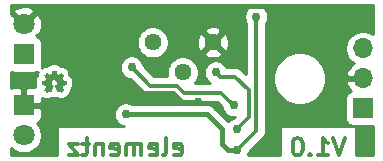
<source format=gbr>
G04 #@! TF.GenerationSoftware,KiCad,Pcbnew,5.1.5-52549c5~86~ubuntu16.04.1*
G04 #@! TF.CreationDate,2020-07-27T16:21:35+05:30*
G04 #@! TF.ProjectId,IR_Sensor_Module_V1.0,49525f53-656e-4736-9f72-5f4d6f64756c,V1.0*
G04 #@! TF.SameCoordinates,Original*
G04 #@! TF.FileFunction,Copper,L2,Bot*
G04 #@! TF.FilePolarity,Positive*
%FSLAX46Y46*%
G04 Gerber Fmt 4.6, Leading zero omitted, Abs format (unit mm)*
G04 Created by KiCad (PCBNEW 5.1.5-52549c5~86~ubuntu16.04.1) date 2020-07-27 16:21:35*
%MOMM*%
%LPD*%
G04 APERTURE LIST*
%ADD10C,0.300000*%
%ADD11C,0.002540*%
%ADD12C,1.800000*%
%ADD13R,1.800000X1.800000*%
%ADD14R,1.700000X1.700000*%
%ADD15O,1.700000X1.700000*%
%ADD16C,1.440000*%
%ADD17C,0.762000*%
%ADD18C,0.457200*%
%ADD19C,0.355600*%
%ADD20C,0.254000*%
G04 APERTURE END LIST*
D10*
X157479714Y-99762571D02*
X156979714Y-101262571D01*
X156479714Y-99762571D01*
X155194000Y-101262571D02*
X156051142Y-101262571D01*
X155622571Y-101262571D02*
X155622571Y-99762571D01*
X155765428Y-99976857D01*
X155908285Y-100119714D01*
X156051142Y-100191142D01*
X154551142Y-101119714D02*
X154479714Y-101191142D01*
X154551142Y-101262571D01*
X154622571Y-101191142D01*
X154551142Y-101119714D01*
X154551142Y-101262571D01*
X153551142Y-99762571D02*
X153408285Y-99762571D01*
X153265428Y-99834000D01*
X153194000Y-99905428D01*
X153122571Y-100048285D01*
X153051142Y-100334000D01*
X153051142Y-100691142D01*
X153122571Y-100976857D01*
X153194000Y-101119714D01*
X153265428Y-101191142D01*
X153408285Y-101262571D01*
X153551142Y-101262571D01*
X153694000Y-101191142D01*
X153765428Y-101119714D01*
X153836857Y-100976857D01*
X153908285Y-100691142D01*
X153908285Y-100334000D01*
X153836857Y-100048285D01*
X153765428Y-99905428D01*
X153694000Y-99834000D01*
X153551142Y-99762571D01*
X143045142Y-101191142D02*
X143188000Y-101262571D01*
X143473714Y-101262571D01*
X143616571Y-101191142D01*
X143688000Y-101048285D01*
X143688000Y-100476857D01*
X143616571Y-100334000D01*
X143473714Y-100262571D01*
X143188000Y-100262571D01*
X143045142Y-100334000D01*
X142973714Y-100476857D01*
X142973714Y-100619714D01*
X143688000Y-100762571D01*
X142116571Y-101262571D02*
X142259428Y-101191142D01*
X142330857Y-101048285D01*
X142330857Y-99762571D01*
X140973714Y-101191142D02*
X141116571Y-101262571D01*
X141402285Y-101262571D01*
X141545142Y-101191142D01*
X141616571Y-101048285D01*
X141616571Y-100476857D01*
X141545142Y-100334000D01*
X141402285Y-100262571D01*
X141116571Y-100262571D01*
X140973714Y-100334000D01*
X140902285Y-100476857D01*
X140902285Y-100619714D01*
X141616571Y-100762571D01*
X140259428Y-101262571D02*
X140259428Y-100262571D01*
X140259428Y-100405428D02*
X140188000Y-100334000D01*
X140045142Y-100262571D01*
X139830857Y-100262571D01*
X139688000Y-100334000D01*
X139616571Y-100476857D01*
X139616571Y-101262571D01*
X139616571Y-100476857D02*
X139545142Y-100334000D01*
X139402285Y-100262571D01*
X139188000Y-100262571D01*
X139045142Y-100334000D01*
X138973714Y-100476857D01*
X138973714Y-101262571D01*
X137688000Y-101191142D02*
X137830857Y-101262571D01*
X138116571Y-101262571D01*
X138259428Y-101191142D01*
X138330857Y-101048285D01*
X138330857Y-100476857D01*
X138259428Y-100334000D01*
X138116571Y-100262571D01*
X137830857Y-100262571D01*
X137688000Y-100334000D01*
X137616571Y-100476857D01*
X137616571Y-100619714D01*
X138330857Y-100762571D01*
X136973714Y-100262571D02*
X136973714Y-101262571D01*
X136973714Y-100405428D02*
X136902285Y-100334000D01*
X136759428Y-100262571D01*
X136545142Y-100262571D01*
X136402285Y-100334000D01*
X136330857Y-100476857D01*
X136330857Y-101262571D01*
X135830857Y-100262571D02*
X135259428Y-100262571D01*
X135616571Y-99762571D02*
X135616571Y-101048285D01*
X135545142Y-101191142D01*
X135402285Y-101262571D01*
X135259428Y-101262571D01*
X134902285Y-100262571D02*
X134116571Y-100262571D01*
X134902285Y-101262571D01*
X134116571Y-101262571D01*
D11*
G36*
X132237480Y-95892620D02*
G01*
X132247640Y-95887540D01*
X132270500Y-95872300D01*
X132303520Y-95851980D01*
X132344160Y-95824040D01*
X132382260Y-95798640D01*
X132415280Y-95775780D01*
X132438140Y-95760540D01*
X132448300Y-95755460D01*
X132453380Y-95758000D01*
X132471160Y-95768160D01*
X132499100Y-95780860D01*
X132514340Y-95788480D01*
X132539740Y-95801180D01*
X132552440Y-95803720D01*
X132554980Y-95798640D01*
X132565140Y-95780860D01*
X132577840Y-95747840D01*
X132598160Y-95704660D01*
X132618480Y-95653860D01*
X132641340Y-95597980D01*
X132664200Y-95542100D01*
X132687060Y-95488760D01*
X132707380Y-95440500D01*
X132722620Y-95402400D01*
X132732780Y-95374460D01*
X132737860Y-95364300D01*
X132735320Y-95361760D01*
X132722620Y-95349060D01*
X132702300Y-95333820D01*
X132654040Y-95293180D01*
X132608320Y-95234760D01*
X132577840Y-95168720D01*
X132570220Y-95095060D01*
X132577840Y-95029020D01*
X132603240Y-94965520D01*
X132648960Y-94904560D01*
X132704840Y-94861380D01*
X132770880Y-94833440D01*
X132842000Y-94825820D01*
X132910580Y-94833440D01*
X132976620Y-94858840D01*
X133037580Y-94904560D01*
X133060440Y-94932500D01*
X133096000Y-94993460D01*
X133116320Y-95054420D01*
X133116320Y-95069660D01*
X133113780Y-95140780D01*
X133093460Y-95209360D01*
X133057900Y-95267780D01*
X133004560Y-95318580D01*
X132999480Y-95323660D01*
X132974080Y-95341440D01*
X132958840Y-95351600D01*
X132946140Y-95361760D01*
X133035040Y-95577660D01*
X133050280Y-95613220D01*
X133075680Y-95671640D01*
X133096000Y-95722440D01*
X133113780Y-95763080D01*
X133126480Y-95788480D01*
X133131560Y-95801180D01*
X133139180Y-95801180D01*
X133154420Y-95796100D01*
X133184900Y-95780860D01*
X133205220Y-95770700D01*
X133228080Y-95760540D01*
X133238240Y-95755460D01*
X133248400Y-95760540D01*
X133268720Y-95775780D01*
X133301740Y-95796100D01*
X133339840Y-95821500D01*
X133375400Y-95846900D01*
X133410960Y-95869760D01*
X133433820Y-95885000D01*
X133446520Y-95892620D01*
X133449060Y-95892620D01*
X133459220Y-95885000D01*
X133479540Y-95869760D01*
X133507480Y-95841820D01*
X133548120Y-95801180D01*
X133555740Y-95796100D01*
X133588760Y-95760540D01*
X133616700Y-95730060D01*
X133637020Y-95709740D01*
X133642100Y-95702120D01*
X133637020Y-95689420D01*
X133621780Y-95664020D01*
X133598920Y-95631000D01*
X133570980Y-95590360D01*
X133499860Y-95486220D01*
X133540500Y-95389700D01*
X133550660Y-95359220D01*
X133565900Y-95323660D01*
X133578600Y-95298260D01*
X133583680Y-95285560D01*
X133593840Y-95283020D01*
X133621780Y-95275400D01*
X133659880Y-95267780D01*
X133705600Y-95260160D01*
X133751320Y-95250000D01*
X133789420Y-95242380D01*
X133819900Y-95237300D01*
X133832600Y-95234760D01*
X133835140Y-95232220D01*
X133837680Y-95227140D01*
X133840220Y-95214440D01*
X133840220Y-95189040D01*
X133840220Y-95150940D01*
X133840220Y-95095060D01*
X133840220Y-95089980D01*
X133840220Y-95036640D01*
X133840220Y-94996000D01*
X133837680Y-94970600D01*
X133835140Y-94960440D01*
X133822440Y-94955360D01*
X133794500Y-94950280D01*
X133756400Y-94942660D01*
X133708140Y-94932500D01*
X133705600Y-94932500D01*
X133657340Y-94924880D01*
X133619240Y-94914720D01*
X133591300Y-94909640D01*
X133578600Y-94904560D01*
X133576060Y-94902020D01*
X133565900Y-94884240D01*
X133553200Y-94853760D01*
X133537960Y-94818200D01*
X133522720Y-94782640D01*
X133507480Y-94747080D01*
X133499860Y-94724220D01*
X133497320Y-94711520D01*
X133504940Y-94701360D01*
X133520180Y-94675960D01*
X133543040Y-94642940D01*
X133570980Y-94602300D01*
X133573520Y-94597220D01*
X133601460Y-94559120D01*
X133621780Y-94523560D01*
X133637020Y-94500700D01*
X133642100Y-94490540D01*
X133642100Y-94488000D01*
X133634480Y-94477840D01*
X133614160Y-94454980D01*
X133583680Y-94424500D01*
X133548120Y-94388940D01*
X133537960Y-94378780D01*
X133499860Y-94340680D01*
X133471920Y-94315280D01*
X133454140Y-94302580D01*
X133446520Y-94297500D01*
X133446520Y-94300040D01*
X133433820Y-94305120D01*
X133408420Y-94322900D01*
X133375400Y-94345760D01*
X133334760Y-94373700D01*
X133332220Y-94376240D01*
X133291580Y-94401640D01*
X133258560Y-94424500D01*
X133235700Y-94439740D01*
X133225540Y-94447360D01*
X133223000Y-94447360D01*
X133207760Y-94442280D01*
X133177280Y-94432120D01*
X133144260Y-94419420D01*
X133106160Y-94404180D01*
X133073140Y-94388940D01*
X133047740Y-94378780D01*
X133035040Y-94371160D01*
X133029960Y-94355920D01*
X133024880Y-94325440D01*
X133014720Y-94284800D01*
X133007100Y-94236540D01*
X133004560Y-94228920D01*
X132996940Y-94180660D01*
X132989320Y-94142560D01*
X132981700Y-94114620D01*
X132979160Y-94101920D01*
X132974080Y-94101920D01*
X132948680Y-94099380D01*
X132913120Y-94099380D01*
X132869940Y-94099380D01*
X132826760Y-94099380D01*
X132783580Y-94099380D01*
X132745480Y-94101920D01*
X132720080Y-94101920D01*
X132707380Y-94104460D01*
X132707380Y-94107000D01*
X132702300Y-94119700D01*
X132697220Y-94150180D01*
X132687060Y-94190820D01*
X132679440Y-94241620D01*
X132676900Y-94249240D01*
X132669280Y-94297500D01*
X132659120Y-94335600D01*
X132654040Y-94363540D01*
X132651500Y-94373700D01*
X132646420Y-94376240D01*
X132628640Y-94383860D01*
X132595620Y-94396560D01*
X132554980Y-94414340D01*
X132463540Y-94449900D01*
X132351780Y-94373700D01*
X132341620Y-94366080D01*
X132300980Y-94338140D01*
X132267960Y-94317820D01*
X132245100Y-94302580D01*
X132234940Y-94297500D01*
X132224780Y-94307660D01*
X132201920Y-94327980D01*
X132171440Y-94358460D01*
X132135880Y-94391480D01*
X132110480Y-94419420D01*
X132080000Y-94449900D01*
X132059680Y-94470220D01*
X132049520Y-94485460D01*
X132044440Y-94493080D01*
X132046980Y-94498160D01*
X132052060Y-94510860D01*
X132069840Y-94533720D01*
X132092700Y-94569280D01*
X132120640Y-94607380D01*
X132143500Y-94642940D01*
X132166360Y-94678500D01*
X132181600Y-94706440D01*
X132189220Y-94719140D01*
X132186680Y-94724220D01*
X132179060Y-94747080D01*
X132166360Y-94780100D01*
X132148580Y-94820740D01*
X132110480Y-94909640D01*
X132052060Y-94919800D01*
X132016500Y-94927420D01*
X131965700Y-94935040D01*
X131919980Y-94945200D01*
X131846320Y-94960440D01*
X131843780Y-95227140D01*
X131853940Y-95232220D01*
X131866640Y-95237300D01*
X131892040Y-95242380D01*
X131932680Y-95250000D01*
X131978400Y-95257620D01*
X132016500Y-95265240D01*
X132057140Y-95272860D01*
X132085080Y-95277940D01*
X132097780Y-95280480D01*
X132100320Y-95285560D01*
X132110480Y-95305880D01*
X132125720Y-95336360D01*
X132140960Y-95371920D01*
X132156200Y-95410020D01*
X132168900Y-95445580D01*
X132179060Y-95470980D01*
X132184140Y-95486220D01*
X132179060Y-95496380D01*
X132163820Y-95519240D01*
X132140960Y-95552260D01*
X132115560Y-95590360D01*
X132087620Y-95631000D01*
X132064760Y-95664020D01*
X132049520Y-95689420D01*
X132041900Y-95699580D01*
X132046980Y-95707200D01*
X132062220Y-95724980D01*
X132090160Y-95755460D01*
X132135880Y-95801180D01*
X132143500Y-95806260D01*
X132176520Y-95841820D01*
X132207000Y-95867220D01*
X132227320Y-95887540D01*
X132237480Y-95892620D01*
G37*
X132237480Y-95892620D02*
X132247640Y-95887540D01*
X132270500Y-95872300D01*
X132303520Y-95851980D01*
X132344160Y-95824040D01*
X132382260Y-95798640D01*
X132415280Y-95775780D01*
X132438140Y-95760540D01*
X132448300Y-95755460D01*
X132453380Y-95758000D01*
X132471160Y-95768160D01*
X132499100Y-95780860D01*
X132514340Y-95788480D01*
X132539740Y-95801180D01*
X132552440Y-95803720D01*
X132554980Y-95798640D01*
X132565140Y-95780860D01*
X132577840Y-95747840D01*
X132598160Y-95704660D01*
X132618480Y-95653860D01*
X132641340Y-95597980D01*
X132664200Y-95542100D01*
X132687060Y-95488760D01*
X132707380Y-95440500D01*
X132722620Y-95402400D01*
X132732780Y-95374460D01*
X132737860Y-95364300D01*
X132735320Y-95361760D01*
X132722620Y-95349060D01*
X132702300Y-95333820D01*
X132654040Y-95293180D01*
X132608320Y-95234760D01*
X132577840Y-95168720D01*
X132570220Y-95095060D01*
X132577840Y-95029020D01*
X132603240Y-94965520D01*
X132648960Y-94904560D01*
X132704840Y-94861380D01*
X132770880Y-94833440D01*
X132842000Y-94825820D01*
X132910580Y-94833440D01*
X132976620Y-94858840D01*
X133037580Y-94904560D01*
X133060440Y-94932500D01*
X133096000Y-94993460D01*
X133116320Y-95054420D01*
X133116320Y-95069660D01*
X133113780Y-95140780D01*
X133093460Y-95209360D01*
X133057900Y-95267780D01*
X133004560Y-95318580D01*
X132999480Y-95323660D01*
X132974080Y-95341440D01*
X132958840Y-95351600D01*
X132946140Y-95361760D01*
X133035040Y-95577660D01*
X133050280Y-95613220D01*
X133075680Y-95671640D01*
X133096000Y-95722440D01*
X133113780Y-95763080D01*
X133126480Y-95788480D01*
X133131560Y-95801180D01*
X133139180Y-95801180D01*
X133154420Y-95796100D01*
X133184900Y-95780860D01*
X133205220Y-95770700D01*
X133228080Y-95760540D01*
X133238240Y-95755460D01*
X133248400Y-95760540D01*
X133268720Y-95775780D01*
X133301740Y-95796100D01*
X133339840Y-95821500D01*
X133375400Y-95846900D01*
X133410960Y-95869760D01*
X133433820Y-95885000D01*
X133446520Y-95892620D01*
X133449060Y-95892620D01*
X133459220Y-95885000D01*
X133479540Y-95869760D01*
X133507480Y-95841820D01*
X133548120Y-95801180D01*
X133555740Y-95796100D01*
X133588760Y-95760540D01*
X133616700Y-95730060D01*
X133637020Y-95709740D01*
X133642100Y-95702120D01*
X133637020Y-95689420D01*
X133621780Y-95664020D01*
X133598920Y-95631000D01*
X133570980Y-95590360D01*
X133499860Y-95486220D01*
X133540500Y-95389700D01*
X133550660Y-95359220D01*
X133565900Y-95323660D01*
X133578600Y-95298260D01*
X133583680Y-95285560D01*
X133593840Y-95283020D01*
X133621780Y-95275400D01*
X133659880Y-95267780D01*
X133705600Y-95260160D01*
X133751320Y-95250000D01*
X133789420Y-95242380D01*
X133819900Y-95237300D01*
X133832600Y-95234760D01*
X133835140Y-95232220D01*
X133837680Y-95227140D01*
X133840220Y-95214440D01*
X133840220Y-95189040D01*
X133840220Y-95150940D01*
X133840220Y-95095060D01*
X133840220Y-95089980D01*
X133840220Y-95036640D01*
X133840220Y-94996000D01*
X133837680Y-94970600D01*
X133835140Y-94960440D01*
X133822440Y-94955360D01*
X133794500Y-94950280D01*
X133756400Y-94942660D01*
X133708140Y-94932500D01*
X133705600Y-94932500D01*
X133657340Y-94924880D01*
X133619240Y-94914720D01*
X133591300Y-94909640D01*
X133578600Y-94904560D01*
X133576060Y-94902020D01*
X133565900Y-94884240D01*
X133553200Y-94853760D01*
X133537960Y-94818200D01*
X133522720Y-94782640D01*
X133507480Y-94747080D01*
X133499860Y-94724220D01*
X133497320Y-94711520D01*
X133504940Y-94701360D01*
X133520180Y-94675960D01*
X133543040Y-94642940D01*
X133570980Y-94602300D01*
X133573520Y-94597220D01*
X133601460Y-94559120D01*
X133621780Y-94523560D01*
X133637020Y-94500700D01*
X133642100Y-94490540D01*
X133642100Y-94488000D01*
X133634480Y-94477840D01*
X133614160Y-94454980D01*
X133583680Y-94424500D01*
X133548120Y-94388940D01*
X133537960Y-94378780D01*
X133499860Y-94340680D01*
X133471920Y-94315280D01*
X133454140Y-94302580D01*
X133446520Y-94297500D01*
X133446520Y-94300040D01*
X133433820Y-94305120D01*
X133408420Y-94322900D01*
X133375400Y-94345760D01*
X133334760Y-94373700D01*
X133332220Y-94376240D01*
X133291580Y-94401640D01*
X133258560Y-94424500D01*
X133235700Y-94439740D01*
X133225540Y-94447360D01*
X133223000Y-94447360D01*
X133207760Y-94442280D01*
X133177280Y-94432120D01*
X133144260Y-94419420D01*
X133106160Y-94404180D01*
X133073140Y-94388940D01*
X133047740Y-94378780D01*
X133035040Y-94371160D01*
X133029960Y-94355920D01*
X133024880Y-94325440D01*
X133014720Y-94284800D01*
X133007100Y-94236540D01*
X133004560Y-94228920D01*
X132996940Y-94180660D01*
X132989320Y-94142560D01*
X132981700Y-94114620D01*
X132979160Y-94101920D01*
X132974080Y-94101920D01*
X132948680Y-94099380D01*
X132913120Y-94099380D01*
X132869940Y-94099380D01*
X132826760Y-94099380D01*
X132783580Y-94099380D01*
X132745480Y-94101920D01*
X132720080Y-94101920D01*
X132707380Y-94104460D01*
X132707380Y-94107000D01*
X132702300Y-94119700D01*
X132697220Y-94150180D01*
X132687060Y-94190820D01*
X132679440Y-94241620D01*
X132676900Y-94249240D01*
X132669280Y-94297500D01*
X132659120Y-94335600D01*
X132654040Y-94363540D01*
X132651500Y-94373700D01*
X132646420Y-94376240D01*
X132628640Y-94383860D01*
X132595620Y-94396560D01*
X132554980Y-94414340D01*
X132463540Y-94449900D01*
X132351780Y-94373700D01*
X132341620Y-94366080D01*
X132300980Y-94338140D01*
X132267960Y-94317820D01*
X132245100Y-94302580D01*
X132234940Y-94297500D01*
X132224780Y-94307660D01*
X132201920Y-94327980D01*
X132171440Y-94358460D01*
X132135880Y-94391480D01*
X132110480Y-94419420D01*
X132080000Y-94449900D01*
X132059680Y-94470220D01*
X132049520Y-94485460D01*
X132044440Y-94493080D01*
X132046980Y-94498160D01*
X132052060Y-94510860D01*
X132069840Y-94533720D01*
X132092700Y-94569280D01*
X132120640Y-94607380D01*
X132143500Y-94642940D01*
X132166360Y-94678500D01*
X132181600Y-94706440D01*
X132189220Y-94719140D01*
X132186680Y-94724220D01*
X132179060Y-94747080D01*
X132166360Y-94780100D01*
X132148580Y-94820740D01*
X132110480Y-94909640D01*
X132052060Y-94919800D01*
X132016500Y-94927420D01*
X131965700Y-94935040D01*
X131919980Y-94945200D01*
X131846320Y-94960440D01*
X131843780Y-95227140D01*
X131853940Y-95232220D01*
X131866640Y-95237300D01*
X131892040Y-95242380D01*
X131932680Y-95250000D01*
X131978400Y-95257620D01*
X132016500Y-95265240D01*
X132057140Y-95272860D01*
X132085080Y-95277940D01*
X132097780Y-95280480D01*
X132100320Y-95285560D01*
X132110480Y-95305880D01*
X132125720Y-95336360D01*
X132140960Y-95371920D01*
X132156200Y-95410020D01*
X132168900Y-95445580D01*
X132179060Y-95470980D01*
X132184140Y-95486220D01*
X132179060Y-95496380D01*
X132163820Y-95519240D01*
X132140960Y-95552260D01*
X132115560Y-95590360D01*
X132087620Y-95631000D01*
X132064760Y-95664020D01*
X132049520Y-95689420D01*
X132041900Y-95699580D01*
X132046980Y-95707200D01*
X132062220Y-95724980D01*
X132090160Y-95755460D01*
X132135880Y-95801180D01*
X132143500Y-95806260D01*
X132176520Y-95841820D01*
X132207000Y-95867220D01*
X132227320Y-95887540D01*
X132237480Y-95892620D01*
D12*
X130302000Y-90170000D03*
D13*
X130302000Y-92710000D03*
X130302000Y-97028000D03*
D12*
X130302000Y-99568000D03*
D14*
X159004000Y-97282000D03*
D15*
X159004000Y-94742000D03*
X159004000Y-92202000D03*
D16*
X146304000Y-91694000D03*
X143764000Y-94234000D03*
X141224000Y-91694000D03*
D17*
X133624399Y-89387601D03*
X133858000Y-92964000D03*
X145042609Y-96758771D03*
X139446000Y-93802000D03*
X148082000Y-97028000D03*
X138938000Y-97790000D03*
X148336000Y-100838000D03*
X149961609Y-89509609D03*
X146558000Y-94234000D03*
X148336000Y-99060000D03*
D18*
X133858000Y-89621202D02*
X133624399Y-89387601D01*
X133858000Y-92964000D02*
X133858000Y-89621202D01*
X133858000Y-92964000D02*
X135382000Y-92964000D01*
X135382000Y-92964000D02*
X138938000Y-89408000D01*
X144018000Y-89408000D02*
X146304000Y-91694000D01*
X138938000Y-89408000D02*
X144018000Y-89408000D01*
X134238999Y-93344999D02*
X134238999Y-94360999D01*
X133858000Y-92964000D02*
X134238999Y-93344999D01*
X134238999Y-94360999D02*
X135890000Y-96012000D01*
X135890000Y-96012000D02*
X140970000Y-96012000D01*
X140970000Y-96012000D02*
X141478000Y-96012000D01*
X142903373Y-96012001D02*
X143665372Y-96774000D01*
X141478000Y-96012000D02*
X142903373Y-96012001D01*
X145027380Y-96774000D02*
X145042609Y-96758771D01*
X143665372Y-96774000D02*
X145027380Y-96774000D01*
X156972000Y-89916000D02*
X156972000Y-93980000D01*
X157734000Y-94742000D02*
X159004000Y-94742000D01*
X155702000Y-88646000D02*
X156972000Y-89916000D01*
X146304000Y-91694000D02*
X147023999Y-90974001D01*
X147023999Y-90974001D02*
X147023999Y-90212001D01*
X156972000Y-93980000D02*
X157734000Y-94742000D01*
X148590000Y-88646000D02*
X155702000Y-88646000D01*
X147023999Y-90212001D02*
X148590000Y-88646000D01*
D19*
X143869931Y-95945969D02*
X146999969Y-95945969D01*
X146999969Y-95945969D02*
X147701001Y-96647001D01*
X143275552Y-95351590D02*
X143869931Y-95945969D01*
X147701001Y-96647001D02*
X148082000Y-97028000D01*
X139446000Y-93802000D02*
X140995590Y-95351590D01*
X140995590Y-95351590D02*
X143275552Y-95351590D01*
X149961609Y-99212391D02*
X149961609Y-89509609D01*
X148336000Y-100838000D02*
X149961609Y-99212391D01*
D18*
X145796000Y-97790000D02*
X147066000Y-99060000D01*
X138938000Y-97790000D02*
X145796000Y-97790000D01*
X147066000Y-100330000D02*
X147574000Y-100838000D01*
X147574000Y-100838000D02*
X148336000Y-100838000D01*
X147066000Y-99060000D02*
X147066000Y-100330000D01*
D19*
X146938999Y-94614999D02*
X148208999Y-94614999D01*
X146558000Y-94234000D02*
X146938999Y-94614999D01*
X148208999Y-94614999D02*
X149352000Y-95758000D01*
X149352000Y-95758000D02*
X149352000Y-98044000D01*
X149352000Y-98044000D02*
X148336000Y-99060000D01*
D20*
G36*
X159864000Y-90990640D02*
G01*
X159707411Y-90886010D01*
X159437158Y-90774068D01*
X159150260Y-90717000D01*
X158857740Y-90717000D01*
X158570842Y-90774068D01*
X158300589Y-90886010D01*
X158057368Y-91048525D01*
X157850525Y-91255368D01*
X157688010Y-91498589D01*
X157576068Y-91768842D01*
X157519000Y-92055740D01*
X157519000Y-92348260D01*
X157576068Y-92635158D01*
X157688010Y-92905411D01*
X157850525Y-93148632D01*
X158057368Y-93355475D01*
X158239534Y-93477195D01*
X158122645Y-93546822D01*
X157906412Y-93741731D01*
X157732359Y-93975080D01*
X157607175Y-94237901D01*
X157562524Y-94385110D01*
X157683845Y-94615000D01*
X158877000Y-94615000D01*
X158877000Y-94595000D01*
X159131000Y-94595000D01*
X159131000Y-94615000D01*
X159151000Y-94615000D01*
X159151000Y-94869000D01*
X159131000Y-94869000D01*
X159131000Y-94889000D01*
X158877000Y-94889000D01*
X158877000Y-94869000D01*
X157683845Y-94869000D01*
X157562524Y-95098890D01*
X157607175Y-95246099D01*
X157732359Y-95508920D01*
X157906412Y-95742269D01*
X157990466Y-95818034D01*
X157909820Y-95842498D01*
X157799506Y-95901463D01*
X157702815Y-95980815D01*
X157623463Y-96077506D01*
X157564498Y-96187820D01*
X157528188Y-96307518D01*
X157515928Y-96432000D01*
X157515928Y-98132000D01*
X157528188Y-98256482D01*
X157564498Y-98376180D01*
X157623463Y-98486494D01*
X157702815Y-98583185D01*
X157799506Y-98662537D01*
X157909820Y-98721502D01*
X158029518Y-98757812D01*
X158154000Y-98770072D01*
X159854000Y-98770072D01*
X159864001Y-98769087D01*
X159864001Y-101224000D01*
X158407572Y-101224000D01*
X158407572Y-98794000D01*
X151980429Y-98794000D01*
X151980429Y-101224000D01*
X149275824Y-101224000D01*
X149312956Y-101134356D01*
X149343705Y-100979767D01*
X150508116Y-99815357D01*
X150539126Y-99789908D01*
X150597168Y-99719184D01*
X150640697Y-99666144D01*
X150707450Y-99541256D01*
X150716171Y-99524941D01*
X150762648Y-99371728D01*
X150774409Y-99252314D01*
X150774409Y-99252312D01*
X150778341Y-99212392D01*
X150774409Y-99172471D01*
X150774409Y-94521872D01*
X151435000Y-94521872D01*
X151435000Y-94962128D01*
X151520890Y-95393925D01*
X151689369Y-95800669D01*
X151933962Y-96166729D01*
X152245271Y-96478038D01*
X152611331Y-96722631D01*
X153018075Y-96891110D01*
X153449872Y-96977000D01*
X153890128Y-96977000D01*
X154321925Y-96891110D01*
X154728669Y-96722631D01*
X155094729Y-96478038D01*
X155406038Y-96166729D01*
X155650631Y-95800669D01*
X155819110Y-95393925D01*
X155905000Y-94962128D01*
X155905000Y-94521872D01*
X155819110Y-94090075D01*
X155650631Y-93683331D01*
X155406038Y-93317271D01*
X155094729Y-93005962D01*
X154728669Y-92761369D01*
X154321925Y-92592890D01*
X153890128Y-92507000D01*
X153449872Y-92507000D01*
X153018075Y-92592890D01*
X152611331Y-92761369D01*
X152245271Y-93005962D01*
X151933962Y-93317271D01*
X151689369Y-93683331D01*
X151520890Y-94090075D01*
X151435000Y-94521872D01*
X150774409Y-94521872D01*
X150774409Y-90121920D01*
X150861977Y-89990865D01*
X150938565Y-89805965D01*
X150977609Y-89609676D01*
X150977609Y-89409542D01*
X150938565Y-89213253D01*
X150861977Y-89028353D01*
X150750788Y-88861947D01*
X150609271Y-88720430D01*
X150442865Y-88609241D01*
X150285359Y-88544000D01*
X159864000Y-88544000D01*
X159864000Y-90990640D01*
G37*
X159864000Y-90990640D02*
X159707411Y-90886010D01*
X159437158Y-90774068D01*
X159150260Y-90717000D01*
X158857740Y-90717000D01*
X158570842Y-90774068D01*
X158300589Y-90886010D01*
X158057368Y-91048525D01*
X157850525Y-91255368D01*
X157688010Y-91498589D01*
X157576068Y-91768842D01*
X157519000Y-92055740D01*
X157519000Y-92348260D01*
X157576068Y-92635158D01*
X157688010Y-92905411D01*
X157850525Y-93148632D01*
X158057368Y-93355475D01*
X158239534Y-93477195D01*
X158122645Y-93546822D01*
X157906412Y-93741731D01*
X157732359Y-93975080D01*
X157607175Y-94237901D01*
X157562524Y-94385110D01*
X157683845Y-94615000D01*
X158877000Y-94615000D01*
X158877000Y-94595000D01*
X159131000Y-94595000D01*
X159131000Y-94615000D01*
X159151000Y-94615000D01*
X159151000Y-94869000D01*
X159131000Y-94869000D01*
X159131000Y-94889000D01*
X158877000Y-94889000D01*
X158877000Y-94869000D01*
X157683845Y-94869000D01*
X157562524Y-95098890D01*
X157607175Y-95246099D01*
X157732359Y-95508920D01*
X157906412Y-95742269D01*
X157990466Y-95818034D01*
X157909820Y-95842498D01*
X157799506Y-95901463D01*
X157702815Y-95980815D01*
X157623463Y-96077506D01*
X157564498Y-96187820D01*
X157528188Y-96307518D01*
X157515928Y-96432000D01*
X157515928Y-98132000D01*
X157528188Y-98256482D01*
X157564498Y-98376180D01*
X157623463Y-98486494D01*
X157702815Y-98583185D01*
X157799506Y-98662537D01*
X157909820Y-98721502D01*
X158029518Y-98757812D01*
X158154000Y-98770072D01*
X159854000Y-98770072D01*
X159864001Y-98769087D01*
X159864001Y-101224000D01*
X158407572Y-101224000D01*
X158407572Y-98794000D01*
X151980429Y-98794000D01*
X151980429Y-101224000D01*
X149275824Y-101224000D01*
X149312956Y-101134356D01*
X149343705Y-100979767D01*
X150508116Y-99815357D01*
X150539126Y-99789908D01*
X150597168Y-99719184D01*
X150640697Y-99666144D01*
X150707450Y-99541256D01*
X150716171Y-99524941D01*
X150762648Y-99371728D01*
X150774409Y-99252314D01*
X150774409Y-99252312D01*
X150778341Y-99212392D01*
X150774409Y-99172471D01*
X150774409Y-94521872D01*
X151435000Y-94521872D01*
X151435000Y-94962128D01*
X151520890Y-95393925D01*
X151689369Y-95800669D01*
X151933962Y-96166729D01*
X152245271Y-96478038D01*
X152611331Y-96722631D01*
X153018075Y-96891110D01*
X153449872Y-96977000D01*
X153890128Y-96977000D01*
X154321925Y-96891110D01*
X154728669Y-96722631D01*
X155094729Y-96478038D01*
X155406038Y-96166729D01*
X155650631Y-95800669D01*
X155819110Y-95393925D01*
X155905000Y-94962128D01*
X155905000Y-94521872D01*
X155819110Y-94090075D01*
X155650631Y-93683331D01*
X155406038Y-93317271D01*
X155094729Y-93005962D01*
X154728669Y-92761369D01*
X154321925Y-92592890D01*
X153890128Y-92507000D01*
X153449872Y-92507000D01*
X153018075Y-92592890D01*
X152611331Y-92761369D01*
X152245271Y-93005962D01*
X151933962Y-93317271D01*
X151689369Y-93683331D01*
X151520890Y-94090075D01*
X151435000Y-94521872D01*
X150774409Y-94521872D01*
X150774409Y-90121920D01*
X150861977Y-89990865D01*
X150938565Y-89805965D01*
X150977609Y-89609676D01*
X150977609Y-89409542D01*
X150938565Y-89213253D01*
X150861977Y-89028353D01*
X150750788Y-88861947D01*
X150609271Y-88720430D01*
X150442865Y-88609241D01*
X150285359Y-88544000D01*
X159864000Y-88544000D01*
X159864000Y-90990640D01*
G36*
X149480353Y-88609241D02*
G01*
X149313947Y-88720430D01*
X149172430Y-88861947D01*
X149061241Y-89028353D01*
X148984653Y-89213253D01*
X148945609Y-89409542D01*
X148945609Y-89609676D01*
X148984653Y-89805965D01*
X149061241Y-89990865D01*
X149148810Y-90121921D01*
X149148809Y-94405337D01*
X148811970Y-94068498D01*
X148786516Y-94037482D01*
X148662751Y-93935911D01*
X148521549Y-93860437D01*
X148368336Y-93813960D01*
X148248922Y-93802199D01*
X148248919Y-93802199D01*
X148208999Y-93798267D01*
X148169079Y-93802199D01*
X147478853Y-93802199D01*
X147458368Y-93752744D01*
X147347179Y-93586338D01*
X147205662Y-93444821D01*
X147039256Y-93333632D01*
X146854356Y-93257044D01*
X146658067Y-93218000D01*
X146457933Y-93218000D01*
X146261644Y-93257044D01*
X146076744Y-93333632D01*
X145910338Y-93444821D01*
X145768821Y-93586338D01*
X145657632Y-93752744D01*
X145581044Y-93937644D01*
X145542000Y-94133933D01*
X145542000Y-94334067D01*
X145581044Y-94530356D01*
X145657632Y-94715256D01*
X145768821Y-94881662D01*
X145910338Y-95023179D01*
X146074950Y-95133169D01*
X144781090Y-95133169D01*
X144816497Y-95097762D01*
X144964785Y-94875833D01*
X145066928Y-94629239D01*
X145119000Y-94367456D01*
X145119000Y-94100544D01*
X145066928Y-93838761D01*
X144964785Y-93592167D01*
X144816497Y-93370238D01*
X144627762Y-93181503D01*
X144405833Y-93033215D01*
X144159239Y-92931072D01*
X143897456Y-92879000D01*
X143630544Y-92879000D01*
X143368761Y-92931072D01*
X143122167Y-93033215D01*
X142900238Y-93181503D01*
X142711503Y-93370238D01*
X142563215Y-93592167D01*
X142461072Y-93838761D01*
X142409000Y-94100544D01*
X142409000Y-94367456D01*
X142443081Y-94538790D01*
X141332263Y-94538790D01*
X140453705Y-93660233D01*
X140422956Y-93505644D01*
X140346368Y-93320744D01*
X140235179Y-93154338D01*
X140093662Y-93012821D01*
X139927256Y-92901632D01*
X139742356Y-92825044D01*
X139546067Y-92786000D01*
X139345933Y-92786000D01*
X139149644Y-92825044D01*
X138964744Y-92901632D01*
X138798338Y-93012821D01*
X138656821Y-93154338D01*
X138545632Y-93320744D01*
X138469044Y-93505644D01*
X138430000Y-93701933D01*
X138430000Y-93902067D01*
X138469044Y-94098356D01*
X138545632Y-94283256D01*
X138656821Y-94449662D01*
X138798338Y-94591179D01*
X138964744Y-94702368D01*
X139149644Y-94778956D01*
X139304233Y-94809705D01*
X140392623Y-95898096D01*
X140418073Y-95929107D01*
X140541838Y-96030678D01*
X140683040Y-96106152D01*
X140836253Y-96152629D01*
X140955667Y-96164390D01*
X140955669Y-96164390D01*
X140995589Y-96168322D01*
X141035510Y-96164390D01*
X142938880Y-96164390D01*
X143266964Y-96492475D01*
X143292414Y-96523486D01*
X143416179Y-96625057D01*
X143557381Y-96700531D01*
X143710594Y-96747008D01*
X143830008Y-96758769D01*
X143830010Y-96758769D01*
X143869931Y-96762701D01*
X143909851Y-96758769D01*
X146663297Y-96758769D01*
X147074295Y-97169768D01*
X147105044Y-97324356D01*
X147181632Y-97509256D01*
X147292821Y-97675662D01*
X147434338Y-97817179D01*
X147600744Y-97928368D01*
X147785644Y-98004956D01*
X147981933Y-98044000D01*
X148182067Y-98044000D01*
X148207608Y-98038920D01*
X148194233Y-98052295D01*
X148039644Y-98083044D01*
X147854744Y-98159632D01*
X147688338Y-98270821D01*
X147593237Y-98365922D01*
X146436663Y-97209350D01*
X146409612Y-97176388D01*
X146278112Y-97068469D01*
X146128084Y-96988278D01*
X145965295Y-96938896D01*
X145838420Y-96926400D01*
X145796000Y-96922222D01*
X145753580Y-96926400D01*
X139474283Y-96926400D01*
X139419256Y-96889632D01*
X139234356Y-96813044D01*
X139038067Y-96774000D01*
X138837933Y-96774000D01*
X138641644Y-96813044D01*
X138456744Y-96889632D01*
X138290338Y-97000821D01*
X138148821Y-97142338D01*
X138037632Y-97308744D01*
X137961044Y-97493644D01*
X137922000Y-97689933D01*
X137922000Y-97890067D01*
X137961044Y-98086356D01*
X138037632Y-98271256D01*
X138148821Y-98437662D01*
X138290338Y-98579179D01*
X138456744Y-98690368D01*
X138641644Y-98766956D01*
X138777604Y-98794000D01*
X133117286Y-98794000D01*
X133117286Y-101224000D01*
X129184000Y-101224000D01*
X129184000Y-100620817D01*
X129323495Y-100760312D01*
X129574905Y-100928299D01*
X129854257Y-101044011D01*
X130150816Y-101103000D01*
X130453184Y-101103000D01*
X130749743Y-101044011D01*
X131029095Y-100928299D01*
X131280505Y-100760312D01*
X131494312Y-100546505D01*
X131662299Y-100295095D01*
X131778011Y-100015743D01*
X131837000Y-99719184D01*
X131837000Y-99416816D01*
X131778011Y-99120257D01*
X131662299Y-98840905D01*
X131494312Y-98589495D01*
X131427873Y-98523056D01*
X131446180Y-98517502D01*
X131556494Y-98458537D01*
X131653185Y-98379185D01*
X131732537Y-98282494D01*
X131791502Y-98172180D01*
X131827812Y-98052482D01*
X131840072Y-97928000D01*
X131837000Y-97313750D01*
X131678250Y-97155000D01*
X130429000Y-97155000D01*
X130429000Y-97175000D01*
X130175000Y-97175000D01*
X130175000Y-97155000D01*
X130155000Y-97155000D01*
X130155000Y-96901000D01*
X130175000Y-96901000D01*
X130175000Y-95651750D01*
X130016250Y-95493000D01*
X129402000Y-95489928D01*
X129277518Y-95502188D01*
X129184000Y-95530556D01*
X129184000Y-94207444D01*
X129277518Y-94235812D01*
X129402000Y-94248072D01*
X131202000Y-94248072D01*
X131326482Y-94235812D01*
X131446180Y-94199502D01*
X131494196Y-94173836D01*
X131476798Y-94211777D01*
X131456562Y-94249692D01*
X131450978Y-94268081D01*
X131442961Y-94285564D01*
X131432971Y-94327385D01*
X131420482Y-94368514D01*
X131418576Y-94387643D01*
X131414109Y-94406343D01*
X131412432Y-94449307D01*
X131408171Y-94492079D01*
X131408837Y-94498987D01*
X131405494Y-94501623D01*
X131400292Y-94507704D01*
X131394143Y-94512807D01*
X131359983Y-94554824D01*
X131324772Y-94595985D01*
X131320855Y-94602952D01*
X131315808Y-94609160D01*
X131290436Y-94657059D01*
X131263916Y-94704229D01*
X131261428Y-94711820D01*
X131257681Y-94718894D01*
X131242097Y-94770802D01*
X131225242Y-94822231D01*
X131224275Y-94830166D01*
X131221975Y-94837828D01*
X131216774Y-94891737D01*
X131210225Y-94945498D01*
X131210079Y-94954381D01*
X131207539Y-95221081D01*
X131211051Y-95260791D01*
X131211771Y-95300657D01*
X131216510Y-95322510D01*
X131218479Y-95344775D01*
X131229636Y-95383043D01*
X131238087Y-95422014D01*
X131246980Y-95442530D01*
X131253237Y-95463991D01*
X131270203Y-95496645D01*
X131202000Y-95489928D01*
X130587750Y-95493000D01*
X130429000Y-95651750D01*
X130429000Y-96901000D01*
X131678250Y-96901000D01*
X131837000Y-96742250D01*
X131838760Y-96390289D01*
X131852899Y-96399458D01*
X131873366Y-96416270D01*
X131902981Y-96432149D01*
X131917088Y-96442337D01*
X131923665Y-96445353D01*
X131934853Y-96452609D01*
X131942771Y-96456637D01*
X131952931Y-96461717D01*
X131971125Y-96468688D01*
X131982805Y-96474951D01*
X131999017Y-96479908D01*
X132029964Y-96494099D01*
X132049829Y-96498844D01*
X132068888Y-96506147D01*
X132110069Y-96513235D01*
X132150743Y-96522951D01*
X132171149Y-96523747D01*
X132191268Y-96527210D01*
X132233058Y-96526163D01*
X132274828Y-96527793D01*
X132294996Y-96524611D01*
X132315406Y-96524100D01*
X132356198Y-96514956D01*
X132397489Y-96508442D01*
X132416652Y-96501405D01*
X132436578Y-96496938D01*
X132468185Y-96482974D01*
X132482796Y-96478760D01*
X132493864Y-96473050D01*
X132514055Y-96465635D01*
X132522029Y-96461717D01*
X132532188Y-96456637D01*
X132542547Y-96450123D01*
X132550165Y-96446757D01*
X132561186Y-96439030D01*
X132588499Y-96436405D01*
X132625957Y-96435729D01*
X132650168Y-96430479D01*
X132674829Y-96428109D01*
X132710712Y-96417350D01*
X132747314Y-96409413D01*
X132770044Y-96399560D01*
X132793775Y-96392445D01*
X132826886Y-96374921D01*
X132845732Y-96366752D01*
X132878881Y-96385126D01*
X132879938Y-96385465D01*
X132880907Y-96385998D01*
X132938922Y-96404402D01*
X132958770Y-96410774D01*
X132964173Y-96412909D01*
X132967074Y-96413440D01*
X132997115Y-96423084D01*
X132998218Y-96423212D01*
X132999272Y-96423546D01*
X133058893Y-96430234D01*
X133086325Y-96435251D01*
X133100511Y-96435044D01*
X133117065Y-96436959D01*
X133119162Y-96438217D01*
X133158102Y-96456677D01*
X133195867Y-96477438D01*
X133214093Y-96483220D01*
X133231370Y-96491410D01*
X133273156Y-96501956D01*
X133314232Y-96514986D01*
X133333230Y-96517117D01*
X133351774Y-96521797D01*
X133394821Y-96524026D01*
X133437636Y-96528828D01*
X133446520Y-96528890D01*
X133449060Y-96528890D01*
X133462746Y-96527548D01*
X133476479Y-96528299D01*
X133524438Y-96521499D01*
X133572645Y-96516772D01*
X133585813Y-96512797D01*
X133599428Y-96510866D01*
X133645148Y-96494882D01*
X133691524Y-96480881D01*
X133703667Y-96474425D01*
X133716649Y-96469886D01*
X133758403Y-96445321D01*
X133801166Y-96422583D01*
X133811822Y-96413892D01*
X133823678Y-96406917D01*
X133830822Y-96401636D01*
X133861302Y-96378776D01*
X133891320Y-96351298D01*
X133923125Y-96325909D01*
X133929451Y-96319671D01*
X133990830Y-96258292D01*
X134004786Y-96246873D01*
X134009856Y-96240725D01*
X134015904Y-96235519D01*
X134021995Y-96229051D01*
X134055015Y-96193490D01*
X134055112Y-96193363D01*
X134057789Y-96190483D01*
X134076379Y-96170203D01*
X134086931Y-96159651D01*
X134123900Y-96114644D01*
X134161449Y-96070037D01*
X134165705Y-96063749D01*
X134165750Y-96063694D01*
X134165780Y-96063637D01*
X134166429Y-96062679D01*
X134171509Y-96055059D01*
X134197329Y-96006681D01*
X134224268Y-95958870D01*
X134226548Y-95951935D01*
X134229978Y-95945508D01*
X134245913Y-95893030D01*
X134263050Y-95840903D01*
X134263938Y-95833667D01*
X134266058Y-95826686D01*
X134271499Y-95772074D01*
X134278180Y-95717649D01*
X134277646Y-95710378D01*
X134278369Y-95703121D01*
X134277104Y-95690003D01*
X134281750Y-95685421D01*
X134281803Y-95685378D01*
X134281842Y-95685331D01*
X134282511Y-95684671D01*
X134285051Y-95682131D01*
X134307737Y-95654512D01*
X134332640Y-95628873D01*
X134347058Y-95606641D01*
X134363870Y-95586174D01*
X134380756Y-95554682D01*
X134400209Y-95524687D01*
X134404237Y-95516769D01*
X134406777Y-95511688D01*
X134413258Y-95494773D01*
X134422016Y-95478915D01*
X134435430Y-95436908D01*
X134451208Y-95395731D01*
X134454281Y-95377878D01*
X134459791Y-95360622D01*
X134461594Y-95351923D01*
X134464134Y-95339222D01*
X134468571Y-95294845D01*
X134472270Y-95273352D01*
X134472005Y-95262759D01*
X134476428Y-95223324D01*
X134476481Y-95215731D01*
X134476488Y-95215661D01*
X134476482Y-95215598D01*
X134476490Y-95214440D01*
X134476490Y-94996000D01*
X134473826Y-94968834D01*
X134474155Y-94941535D01*
X134473332Y-94932689D01*
X134470792Y-94907289D01*
X134464906Y-94877861D01*
X134464372Y-94872415D01*
X134462727Y-94866965D01*
X134462599Y-94866327D01*
X134460429Y-94850140D01*
X134458860Y-94834692D01*
X134457965Y-94831765D01*
X134457047Y-94824916D01*
X134454953Y-94816282D01*
X134452413Y-94806122D01*
X134448190Y-94794285D01*
X134446437Y-94785523D01*
X134436556Y-94761680D01*
X134436445Y-94761368D01*
X134422557Y-94715939D01*
X134415618Y-94702997D01*
X134410683Y-94689166D01*
X134386327Y-94648367D01*
X134363879Y-94606499D01*
X134354561Y-94595154D01*
X134347031Y-94582541D01*
X134315209Y-94547244D01*
X134285061Y-94510540D01*
X134277736Y-94504523D01*
X134278308Y-94499424D01*
X134278370Y-94490540D01*
X134278370Y-94488000D01*
X134277028Y-94474314D01*
X134277779Y-94460581D01*
X134274138Y-94434906D01*
X134273580Y-94412614D01*
X134268955Y-94391982D01*
X134266252Y-94364415D01*
X134262277Y-94351247D01*
X134260346Y-94337632D01*
X134250385Y-94309139D01*
X134246418Y-94291442D01*
X134239477Y-94275732D01*
X134230361Y-94245536D01*
X134223905Y-94233393D01*
X134219366Y-94220411D01*
X134201989Y-94190876D01*
X134196237Y-94177855D01*
X134190226Y-94169281D01*
X134187530Y-94163236D01*
X134183772Y-94157916D01*
X134172063Y-94135894D01*
X134163372Y-94125238D01*
X134156397Y-94113382D01*
X134151116Y-94106238D01*
X134143496Y-94096078D01*
X134128609Y-94079814D01*
X134115890Y-94061807D01*
X134110034Y-94055125D01*
X134089714Y-94032265D01*
X134079224Y-94022562D01*
X134070309Y-94011395D01*
X134064071Y-94005069D01*
X133949771Y-93890769D01*
X133941481Y-93883960D01*
X133934394Y-93875900D01*
X133927862Y-93869878D01*
X133899922Y-93844478D01*
X133873469Y-93824780D01*
X133848938Y-93802740D01*
X133841745Y-93797526D01*
X133823964Y-93784826D01*
X133818907Y-93781913D01*
X133814437Y-93778151D01*
X133807079Y-93773171D01*
X133799459Y-93768091D01*
X133746305Y-93739722D01*
X133735516Y-93733888D01*
X133716356Y-93722854D01*
X133713008Y-93721718D01*
X133693085Y-93710946D01*
X133691427Y-93710433D01*
X133689908Y-93709622D01*
X133632179Y-93692093D01*
X133574460Y-93674226D01*
X133572745Y-93674046D01*
X133571086Y-93673542D01*
X133510882Y-93667544D01*
X133450962Y-93661246D01*
X133449242Y-93661402D01*
X133447521Y-93661231D01*
X133438096Y-93662140D01*
X133433758Y-93656745D01*
X133431579Y-93654917D01*
X133429778Y-93652717D01*
X133384036Y-93615024D01*
X133338632Y-93576925D01*
X133336141Y-93575556D01*
X133333945Y-93573746D01*
X133286178Y-93548037D01*
X133281681Y-93544945D01*
X133276033Y-93542511D01*
X133229813Y-93517102D01*
X133227106Y-93516243D01*
X133224599Y-93514894D01*
X133180406Y-93501307D01*
X133167640Y-93495806D01*
X133152312Y-93492517D01*
X133111448Y-93479554D01*
X133108624Y-93479237D01*
X133105904Y-93478401D01*
X133068586Y-93474551D01*
X133046225Y-93469753D01*
X133037392Y-93468808D01*
X133011991Y-93466268D01*
X132992668Y-93466231D01*
X132988044Y-93465712D01*
X132982532Y-93465674D01*
X132982381Y-93465658D01*
X132982236Y-93465671D01*
X132979689Y-93465654D01*
X132957564Y-93463172D01*
X132948680Y-93463110D01*
X132783580Y-93463110D01*
X132766885Y-93464747D01*
X132750125Y-93463990D01*
X132741256Y-93464519D01*
X132724291Y-93465650D01*
X132720080Y-93465650D01*
X132711136Y-93466527D01*
X132703156Y-93467059D01*
X132699459Y-93467672D01*
X132662120Y-93471333D01*
X132604021Y-93476324D01*
X132596571Y-93477761D01*
X132596495Y-93477768D01*
X132596429Y-93477788D01*
X132595298Y-93478006D01*
X132582597Y-93480546D01*
X132525922Y-93497776D01*
X132469029Y-93514521D01*
X132466506Y-93515840D01*
X132463789Y-93516666D01*
X132411547Y-93544572D01*
X132358982Y-93572052D01*
X132356766Y-93573834D01*
X132354257Y-93575174D01*
X132308401Y-93612720D01*
X132262205Y-93649862D01*
X132260377Y-93652041D01*
X132258177Y-93653842D01*
X132251201Y-93662308D01*
X132241603Y-93661265D01*
X132199388Y-93664958D01*
X132157013Y-93666020D01*
X132137655Y-93670359D01*
X132117897Y-93672088D01*
X132077209Y-93683909D01*
X132035842Y-93693182D01*
X132017692Y-93701201D01*
X131998649Y-93706733D01*
X131961028Y-93726234D01*
X131922255Y-93743363D01*
X131906013Y-93754750D01*
X131888402Y-93763879D01*
X131855279Y-93790321D01*
X131820577Y-93814651D01*
X131810974Y-93824677D01*
X131808747Y-93826250D01*
X131802065Y-93832106D01*
X131796770Y-93836812D01*
X131827812Y-93734482D01*
X131840072Y-93610000D01*
X131840072Y-91810000D01*
X131827812Y-91685518D01*
X131791502Y-91565820D01*
X131788682Y-91560544D01*
X139869000Y-91560544D01*
X139869000Y-91827456D01*
X139921072Y-92089239D01*
X140023215Y-92335833D01*
X140171503Y-92557762D01*
X140360238Y-92746497D01*
X140582167Y-92894785D01*
X140828761Y-92996928D01*
X141090544Y-93049000D01*
X141357456Y-93049000D01*
X141619239Y-92996928D01*
X141865833Y-92894785D01*
X142087762Y-92746497D01*
X142204699Y-92629560D01*
X145548045Y-92629560D01*
X145609932Y-92865368D01*
X145851790Y-92978266D01*
X146111027Y-93041811D01*
X146377680Y-93053561D01*
X146641501Y-93013063D01*
X146892353Y-92921875D01*
X146998068Y-92865368D01*
X147059955Y-92629560D01*
X146304000Y-91873605D01*
X145548045Y-92629560D01*
X142204699Y-92629560D01*
X142276497Y-92557762D01*
X142424785Y-92335833D01*
X142526928Y-92089239D01*
X142579000Y-91827456D01*
X142579000Y-91767680D01*
X144944439Y-91767680D01*
X144984937Y-92031501D01*
X145076125Y-92282353D01*
X145132632Y-92388068D01*
X145368440Y-92449955D01*
X146124395Y-91694000D01*
X146483605Y-91694000D01*
X147239560Y-92449955D01*
X147475368Y-92388068D01*
X147588266Y-92146210D01*
X147651811Y-91886973D01*
X147663561Y-91620320D01*
X147623063Y-91356499D01*
X147531875Y-91105647D01*
X147475368Y-90999932D01*
X147239560Y-90938045D01*
X146483605Y-91694000D01*
X146124395Y-91694000D01*
X145368440Y-90938045D01*
X145132632Y-90999932D01*
X145019734Y-91241790D01*
X144956189Y-91501027D01*
X144944439Y-91767680D01*
X142579000Y-91767680D01*
X142579000Y-91560544D01*
X142526928Y-91298761D01*
X142424785Y-91052167D01*
X142276497Y-90830238D01*
X142204699Y-90758440D01*
X145548045Y-90758440D01*
X146304000Y-91514395D01*
X147059955Y-90758440D01*
X146998068Y-90522632D01*
X146756210Y-90409734D01*
X146496973Y-90346189D01*
X146230320Y-90334439D01*
X145966499Y-90374937D01*
X145715647Y-90466125D01*
X145609932Y-90522632D01*
X145548045Y-90758440D01*
X142204699Y-90758440D01*
X142087762Y-90641503D01*
X141865833Y-90493215D01*
X141619239Y-90391072D01*
X141357456Y-90339000D01*
X141090544Y-90339000D01*
X140828761Y-90391072D01*
X140582167Y-90493215D01*
X140360238Y-90641503D01*
X140171503Y-90830238D01*
X140023215Y-91052167D01*
X139921072Y-91298761D01*
X139869000Y-91560544D01*
X131788682Y-91560544D01*
X131732537Y-91455506D01*
X131653185Y-91358815D01*
X131556494Y-91279463D01*
X131446180Y-91220498D01*
X131435265Y-91217187D01*
X131482030Y-91170422D01*
X131366082Y-91054474D01*
X131620261Y-90970792D01*
X131751158Y-90698225D01*
X131826365Y-90405358D01*
X131842991Y-90103447D01*
X131800397Y-89804093D01*
X131700222Y-89518801D01*
X131620261Y-89369208D01*
X131366080Y-89285525D01*
X130481605Y-90170000D01*
X130495748Y-90184143D01*
X130316143Y-90363748D01*
X130302000Y-90349605D01*
X130287858Y-90363748D01*
X130108253Y-90184143D01*
X130122395Y-90170000D01*
X129237920Y-89285525D01*
X129184000Y-89303277D01*
X129184000Y-89105920D01*
X129417525Y-89105920D01*
X130302000Y-89990395D01*
X131186475Y-89105920D01*
X131102792Y-88851739D01*
X130830225Y-88720842D01*
X130537358Y-88645635D01*
X130235447Y-88629009D01*
X129936093Y-88671603D01*
X129650801Y-88771778D01*
X129501208Y-88851739D01*
X129417525Y-89105920D01*
X129184000Y-89105920D01*
X129184000Y-88544000D01*
X149637859Y-88544000D01*
X149480353Y-88609241D01*
G37*
X149480353Y-88609241D02*
X149313947Y-88720430D01*
X149172430Y-88861947D01*
X149061241Y-89028353D01*
X148984653Y-89213253D01*
X148945609Y-89409542D01*
X148945609Y-89609676D01*
X148984653Y-89805965D01*
X149061241Y-89990865D01*
X149148810Y-90121921D01*
X149148809Y-94405337D01*
X148811970Y-94068498D01*
X148786516Y-94037482D01*
X148662751Y-93935911D01*
X148521549Y-93860437D01*
X148368336Y-93813960D01*
X148248922Y-93802199D01*
X148248919Y-93802199D01*
X148208999Y-93798267D01*
X148169079Y-93802199D01*
X147478853Y-93802199D01*
X147458368Y-93752744D01*
X147347179Y-93586338D01*
X147205662Y-93444821D01*
X147039256Y-93333632D01*
X146854356Y-93257044D01*
X146658067Y-93218000D01*
X146457933Y-93218000D01*
X146261644Y-93257044D01*
X146076744Y-93333632D01*
X145910338Y-93444821D01*
X145768821Y-93586338D01*
X145657632Y-93752744D01*
X145581044Y-93937644D01*
X145542000Y-94133933D01*
X145542000Y-94334067D01*
X145581044Y-94530356D01*
X145657632Y-94715256D01*
X145768821Y-94881662D01*
X145910338Y-95023179D01*
X146074950Y-95133169D01*
X144781090Y-95133169D01*
X144816497Y-95097762D01*
X144964785Y-94875833D01*
X145066928Y-94629239D01*
X145119000Y-94367456D01*
X145119000Y-94100544D01*
X145066928Y-93838761D01*
X144964785Y-93592167D01*
X144816497Y-93370238D01*
X144627762Y-93181503D01*
X144405833Y-93033215D01*
X144159239Y-92931072D01*
X143897456Y-92879000D01*
X143630544Y-92879000D01*
X143368761Y-92931072D01*
X143122167Y-93033215D01*
X142900238Y-93181503D01*
X142711503Y-93370238D01*
X142563215Y-93592167D01*
X142461072Y-93838761D01*
X142409000Y-94100544D01*
X142409000Y-94367456D01*
X142443081Y-94538790D01*
X141332263Y-94538790D01*
X140453705Y-93660233D01*
X140422956Y-93505644D01*
X140346368Y-93320744D01*
X140235179Y-93154338D01*
X140093662Y-93012821D01*
X139927256Y-92901632D01*
X139742356Y-92825044D01*
X139546067Y-92786000D01*
X139345933Y-92786000D01*
X139149644Y-92825044D01*
X138964744Y-92901632D01*
X138798338Y-93012821D01*
X138656821Y-93154338D01*
X138545632Y-93320744D01*
X138469044Y-93505644D01*
X138430000Y-93701933D01*
X138430000Y-93902067D01*
X138469044Y-94098356D01*
X138545632Y-94283256D01*
X138656821Y-94449662D01*
X138798338Y-94591179D01*
X138964744Y-94702368D01*
X139149644Y-94778956D01*
X139304233Y-94809705D01*
X140392623Y-95898096D01*
X140418073Y-95929107D01*
X140541838Y-96030678D01*
X140683040Y-96106152D01*
X140836253Y-96152629D01*
X140955667Y-96164390D01*
X140955669Y-96164390D01*
X140995589Y-96168322D01*
X141035510Y-96164390D01*
X142938880Y-96164390D01*
X143266964Y-96492475D01*
X143292414Y-96523486D01*
X143416179Y-96625057D01*
X143557381Y-96700531D01*
X143710594Y-96747008D01*
X143830008Y-96758769D01*
X143830010Y-96758769D01*
X143869931Y-96762701D01*
X143909851Y-96758769D01*
X146663297Y-96758769D01*
X147074295Y-97169768D01*
X147105044Y-97324356D01*
X147181632Y-97509256D01*
X147292821Y-97675662D01*
X147434338Y-97817179D01*
X147600744Y-97928368D01*
X147785644Y-98004956D01*
X147981933Y-98044000D01*
X148182067Y-98044000D01*
X148207608Y-98038920D01*
X148194233Y-98052295D01*
X148039644Y-98083044D01*
X147854744Y-98159632D01*
X147688338Y-98270821D01*
X147593237Y-98365922D01*
X146436663Y-97209350D01*
X146409612Y-97176388D01*
X146278112Y-97068469D01*
X146128084Y-96988278D01*
X145965295Y-96938896D01*
X145838420Y-96926400D01*
X145796000Y-96922222D01*
X145753580Y-96926400D01*
X139474283Y-96926400D01*
X139419256Y-96889632D01*
X139234356Y-96813044D01*
X139038067Y-96774000D01*
X138837933Y-96774000D01*
X138641644Y-96813044D01*
X138456744Y-96889632D01*
X138290338Y-97000821D01*
X138148821Y-97142338D01*
X138037632Y-97308744D01*
X137961044Y-97493644D01*
X137922000Y-97689933D01*
X137922000Y-97890067D01*
X137961044Y-98086356D01*
X138037632Y-98271256D01*
X138148821Y-98437662D01*
X138290338Y-98579179D01*
X138456744Y-98690368D01*
X138641644Y-98766956D01*
X138777604Y-98794000D01*
X133117286Y-98794000D01*
X133117286Y-101224000D01*
X129184000Y-101224000D01*
X129184000Y-100620817D01*
X129323495Y-100760312D01*
X129574905Y-100928299D01*
X129854257Y-101044011D01*
X130150816Y-101103000D01*
X130453184Y-101103000D01*
X130749743Y-101044011D01*
X131029095Y-100928299D01*
X131280505Y-100760312D01*
X131494312Y-100546505D01*
X131662299Y-100295095D01*
X131778011Y-100015743D01*
X131837000Y-99719184D01*
X131837000Y-99416816D01*
X131778011Y-99120257D01*
X131662299Y-98840905D01*
X131494312Y-98589495D01*
X131427873Y-98523056D01*
X131446180Y-98517502D01*
X131556494Y-98458537D01*
X131653185Y-98379185D01*
X131732537Y-98282494D01*
X131791502Y-98172180D01*
X131827812Y-98052482D01*
X131840072Y-97928000D01*
X131837000Y-97313750D01*
X131678250Y-97155000D01*
X130429000Y-97155000D01*
X130429000Y-97175000D01*
X130175000Y-97175000D01*
X130175000Y-97155000D01*
X130155000Y-97155000D01*
X130155000Y-96901000D01*
X130175000Y-96901000D01*
X130175000Y-95651750D01*
X130016250Y-95493000D01*
X129402000Y-95489928D01*
X129277518Y-95502188D01*
X129184000Y-95530556D01*
X129184000Y-94207444D01*
X129277518Y-94235812D01*
X129402000Y-94248072D01*
X131202000Y-94248072D01*
X131326482Y-94235812D01*
X131446180Y-94199502D01*
X131494196Y-94173836D01*
X131476798Y-94211777D01*
X131456562Y-94249692D01*
X131450978Y-94268081D01*
X131442961Y-94285564D01*
X131432971Y-94327385D01*
X131420482Y-94368514D01*
X131418576Y-94387643D01*
X131414109Y-94406343D01*
X131412432Y-94449307D01*
X131408171Y-94492079D01*
X131408837Y-94498987D01*
X131405494Y-94501623D01*
X131400292Y-94507704D01*
X131394143Y-94512807D01*
X131359983Y-94554824D01*
X131324772Y-94595985D01*
X131320855Y-94602952D01*
X131315808Y-94609160D01*
X131290436Y-94657059D01*
X131263916Y-94704229D01*
X131261428Y-94711820D01*
X131257681Y-94718894D01*
X131242097Y-94770802D01*
X131225242Y-94822231D01*
X131224275Y-94830166D01*
X131221975Y-94837828D01*
X131216774Y-94891737D01*
X131210225Y-94945498D01*
X131210079Y-94954381D01*
X131207539Y-95221081D01*
X131211051Y-95260791D01*
X131211771Y-95300657D01*
X131216510Y-95322510D01*
X131218479Y-95344775D01*
X131229636Y-95383043D01*
X131238087Y-95422014D01*
X131246980Y-95442530D01*
X131253237Y-95463991D01*
X131270203Y-95496645D01*
X131202000Y-95489928D01*
X130587750Y-95493000D01*
X130429000Y-95651750D01*
X130429000Y-96901000D01*
X131678250Y-96901000D01*
X131837000Y-96742250D01*
X131838760Y-96390289D01*
X131852899Y-96399458D01*
X131873366Y-96416270D01*
X131902981Y-96432149D01*
X131917088Y-96442337D01*
X131923665Y-96445353D01*
X131934853Y-96452609D01*
X131942771Y-96456637D01*
X131952931Y-96461717D01*
X131971125Y-96468688D01*
X131982805Y-96474951D01*
X131999017Y-96479908D01*
X132029964Y-96494099D01*
X132049829Y-96498844D01*
X132068888Y-96506147D01*
X132110069Y-96513235D01*
X132150743Y-96522951D01*
X132171149Y-96523747D01*
X132191268Y-96527210D01*
X132233058Y-96526163D01*
X132274828Y-96527793D01*
X132294996Y-96524611D01*
X132315406Y-96524100D01*
X132356198Y-96514956D01*
X132397489Y-96508442D01*
X132416652Y-96501405D01*
X132436578Y-96496938D01*
X132468185Y-96482974D01*
X132482796Y-96478760D01*
X132493864Y-96473050D01*
X132514055Y-96465635D01*
X132522029Y-96461717D01*
X132532188Y-96456637D01*
X132542547Y-96450123D01*
X132550165Y-96446757D01*
X132561186Y-96439030D01*
X132588499Y-96436405D01*
X132625957Y-96435729D01*
X132650168Y-96430479D01*
X132674829Y-96428109D01*
X132710712Y-96417350D01*
X132747314Y-96409413D01*
X132770044Y-96399560D01*
X132793775Y-96392445D01*
X132826886Y-96374921D01*
X132845732Y-96366752D01*
X132878881Y-96385126D01*
X132879938Y-96385465D01*
X132880907Y-96385998D01*
X132938922Y-96404402D01*
X132958770Y-96410774D01*
X132964173Y-96412909D01*
X132967074Y-96413440D01*
X132997115Y-96423084D01*
X132998218Y-96423212D01*
X132999272Y-96423546D01*
X133058893Y-96430234D01*
X133086325Y-96435251D01*
X133100511Y-96435044D01*
X133117065Y-96436959D01*
X133119162Y-96438217D01*
X133158102Y-96456677D01*
X133195867Y-96477438D01*
X133214093Y-96483220D01*
X133231370Y-96491410D01*
X133273156Y-96501956D01*
X133314232Y-96514986D01*
X133333230Y-96517117D01*
X133351774Y-96521797D01*
X133394821Y-96524026D01*
X133437636Y-96528828D01*
X133446520Y-96528890D01*
X133449060Y-96528890D01*
X133462746Y-96527548D01*
X133476479Y-96528299D01*
X133524438Y-96521499D01*
X133572645Y-96516772D01*
X133585813Y-96512797D01*
X133599428Y-96510866D01*
X133645148Y-96494882D01*
X133691524Y-96480881D01*
X133703667Y-96474425D01*
X133716649Y-96469886D01*
X133758403Y-96445321D01*
X133801166Y-96422583D01*
X133811822Y-96413892D01*
X133823678Y-96406917D01*
X133830822Y-96401636D01*
X133861302Y-96378776D01*
X133891320Y-96351298D01*
X133923125Y-96325909D01*
X133929451Y-96319671D01*
X133990830Y-96258292D01*
X134004786Y-96246873D01*
X134009856Y-96240725D01*
X134015904Y-96235519D01*
X134021995Y-96229051D01*
X134055015Y-96193490D01*
X134055112Y-96193363D01*
X134057789Y-96190483D01*
X134076379Y-96170203D01*
X134086931Y-96159651D01*
X134123900Y-96114644D01*
X134161449Y-96070037D01*
X134165705Y-96063749D01*
X134165750Y-96063694D01*
X134165780Y-96063637D01*
X134166429Y-96062679D01*
X134171509Y-96055059D01*
X134197329Y-96006681D01*
X134224268Y-95958870D01*
X134226548Y-95951935D01*
X134229978Y-95945508D01*
X134245913Y-95893030D01*
X134263050Y-95840903D01*
X134263938Y-95833667D01*
X134266058Y-95826686D01*
X134271499Y-95772074D01*
X134278180Y-95717649D01*
X134277646Y-95710378D01*
X134278369Y-95703121D01*
X134277104Y-95690003D01*
X134281750Y-95685421D01*
X134281803Y-95685378D01*
X134281842Y-95685331D01*
X134282511Y-95684671D01*
X134285051Y-95682131D01*
X134307737Y-95654512D01*
X134332640Y-95628873D01*
X134347058Y-95606641D01*
X134363870Y-95586174D01*
X134380756Y-95554682D01*
X134400209Y-95524687D01*
X134404237Y-95516769D01*
X134406777Y-95511688D01*
X134413258Y-95494773D01*
X134422016Y-95478915D01*
X134435430Y-95436908D01*
X134451208Y-95395731D01*
X134454281Y-95377878D01*
X134459791Y-95360622D01*
X134461594Y-95351923D01*
X134464134Y-95339222D01*
X134468571Y-95294845D01*
X134472270Y-95273352D01*
X134472005Y-95262759D01*
X134476428Y-95223324D01*
X134476481Y-95215731D01*
X134476488Y-95215661D01*
X134476482Y-95215598D01*
X134476490Y-95214440D01*
X134476490Y-94996000D01*
X134473826Y-94968834D01*
X134474155Y-94941535D01*
X134473332Y-94932689D01*
X134470792Y-94907289D01*
X134464906Y-94877861D01*
X134464372Y-94872415D01*
X134462727Y-94866965D01*
X134462599Y-94866327D01*
X134460429Y-94850140D01*
X134458860Y-94834692D01*
X134457965Y-94831765D01*
X134457047Y-94824916D01*
X134454953Y-94816282D01*
X134452413Y-94806122D01*
X134448190Y-94794285D01*
X134446437Y-94785523D01*
X134436556Y-94761680D01*
X134436445Y-94761368D01*
X134422557Y-94715939D01*
X134415618Y-94702997D01*
X134410683Y-94689166D01*
X134386327Y-94648367D01*
X134363879Y-94606499D01*
X134354561Y-94595154D01*
X134347031Y-94582541D01*
X134315209Y-94547244D01*
X134285061Y-94510540D01*
X134277736Y-94504523D01*
X134278308Y-94499424D01*
X134278370Y-94490540D01*
X134278370Y-94488000D01*
X134277028Y-94474314D01*
X134277779Y-94460581D01*
X134274138Y-94434906D01*
X134273580Y-94412614D01*
X134268955Y-94391982D01*
X134266252Y-94364415D01*
X134262277Y-94351247D01*
X134260346Y-94337632D01*
X134250385Y-94309139D01*
X134246418Y-94291442D01*
X134239477Y-94275732D01*
X134230361Y-94245536D01*
X134223905Y-94233393D01*
X134219366Y-94220411D01*
X134201989Y-94190876D01*
X134196237Y-94177855D01*
X134190226Y-94169281D01*
X134187530Y-94163236D01*
X134183772Y-94157916D01*
X134172063Y-94135894D01*
X134163372Y-94125238D01*
X134156397Y-94113382D01*
X134151116Y-94106238D01*
X134143496Y-94096078D01*
X134128609Y-94079814D01*
X134115890Y-94061807D01*
X134110034Y-94055125D01*
X134089714Y-94032265D01*
X134079224Y-94022562D01*
X134070309Y-94011395D01*
X134064071Y-94005069D01*
X133949771Y-93890769D01*
X133941481Y-93883960D01*
X133934394Y-93875900D01*
X133927862Y-93869878D01*
X133899922Y-93844478D01*
X133873469Y-93824780D01*
X133848938Y-93802740D01*
X133841745Y-93797526D01*
X133823964Y-93784826D01*
X133818907Y-93781913D01*
X133814437Y-93778151D01*
X133807079Y-93773171D01*
X133799459Y-93768091D01*
X133746305Y-93739722D01*
X133735516Y-93733888D01*
X133716356Y-93722854D01*
X133713008Y-93721718D01*
X133693085Y-93710946D01*
X133691427Y-93710433D01*
X133689908Y-93709622D01*
X133632179Y-93692093D01*
X133574460Y-93674226D01*
X133572745Y-93674046D01*
X133571086Y-93673542D01*
X133510882Y-93667544D01*
X133450962Y-93661246D01*
X133449242Y-93661402D01*
X133447521Y-93661231D01*
X133438096Y-93662140D01*
X133433758Y-93656745D01*
X133431579Y-93654917D01*
X133429778Y-93652717D01*
X133384036Y-93615024D01*
X133338632Y-93576925D01*
X133336141Y-93575556D01*
X133333945Y-93573746D01*
X133286178Y-93548037D01*
X133281681Y-93544945D01*
X133276033Y-93542511D01*
X133229813Y-93517102D01*
X133227106Y-93516243D01*
X133224599Y-93514894D01*
X133180406Y-93501307D01*
X133167640Y-93495806D01*
X133152312Y-93492517D01*
X133111448Y-93479554D01*
X133108624Y-93479237D01*
X133105904Y-93478401D01*
X133068586Y-93474551D01*
X133046225Y-93469753D01*
X133037392Y-93468808D01*
X133011991Y-93466268D01*
X132992668Y-93466231D01*
X132988044Y-93465712D01*
X132982532Y-93465674D01*
X132982381Y-93465658D01*
X132982236Y-93465671D01*
X132979689Y-93465654D01*
X132957564Y-93463172D01*
X132948680Y-93463110D01*
X132783580Y-93463110D01*
X132766885Y-93464747D01*
X132750125Y-93463990D01*
X132741256Y-93464519D01*
X132724291Y-93465650D01*
X132720080Y-93465650D01*
X132711136Y-93466527D01*
X132703156Y-93467059D01*
X132699459Y-93467672D01*
X132662120Y-93471333D01*
X132604021Y-93476324D01*
X132596571Y-93477761D01*
X132596495Y-93477768D01*
X132596429Y-93477788D01*
X132595298Y-93478006D01*
X132582597Y-93480546D01*
X132525922Y-93497776D01*
X132469029Y-93514521D01*
X132466506Y-93515840D01*
X132463789Y-93516666D01*
X132411547Y-93544572D01*
X132358982Y-93572052D01*
X132356766Y-93573834D01*
X132354257Y-93575174D01*
X132308401Y-93612720D01*
X132262205Y-93649862D01*
X132260377Y-93652041D01*
X132258177Y-93653842D01*
X132251201Y-93662308D01*
X132241603Y-93661265D01*
X132199388Y-93664958D01*
X132157013Y-93666020D01*
X132137655Y-93670359D01*
X132117897Y-93672088D01*
X132077209Y-93683909D01*
X132035842Y-93693182D01*
X132017692Y-93701201D01*
X131998649Y-93706733D01*
X131961028Y-93726234D01*
X131922255Y-93743363D01*
X131906013Y-93754750D01*
X131888402Y-93763879D01*
X131855279Y-93790321D01*
X131820577Y-93814651D01*
X131810974Y-93824677D01*
X131808747Y-93826250D01*
X131802065Y-93832106D01*
X131796770Y-93836812D01*
X131827812Y-93734482D01*
X131840072Y-93610000D01*
X131840072Y-91810000D01*
X131827812Y-91685518D01*
X131791502Y-91565820D01*
X131788682Y-91560544D01*
X139869000Y-91560544D01*
X139869000Y-91827456D01*
X139921072Y-92089239D01*
X140023215Y-92335833D01*
X140171503Y-92557762D01*
X140360238Y-92746497D01*
X140582167Y-92894785D01*
X140828761Y-92996928D01*
X141090544Y-93049000D01*
X141357456Y-93049000D01*
X141619239Y-92996928D01*
X141865833Y-92894785D01*
X142087762Y-92746497D01*
X142204699Y-92629560D01*
X145548045Y-92629560D01*
X145609932Y-92865368D01*
X145851790Y-92978266D01*
X146111027Y-93041811D01*
X146377680Y-93053561D01*
X146641501Y-93013063D01*
X146892353Y-92921875D01*
X146998068Y-92865368D01*
X147059955Y-92629560D01*
X146304000Y-91873605D01*
X145548045Y-92629560D01*
X142204699Y-92629560D01*
X142276497Y-92557762D01*
X142424785Y-92335833D01*
X142526928Y-92089239D01*
X142579000Y-91827456D01*
X142579000Y-91767680D01*
X144944439Y-91767680D01*
X144984937Y-92031501D01*
X145076125Y-92282353D01*
X145132632Y-92388068D01*
X145368440Y-92449955D01*
X146124395Y-91694000D01*
X146483605Y-91694000D01*
X147239560Y-92449955D01*
X147475368Y-92388068D01*
X147588266Y-92146210D01*
X147651811Y-91886973D01*
X147663561Y-91620320D01*
X147623063Y-91356499D01*
X147531875Y-91105647D01*
X147475368Y-90999932D01*
X147239560Y-90938045D01*
X146483605Y-91694000D01*
X146124395Y-91694000D01*
X145368440Y-90938045D01*
X145132632Y-90999932D01*
X145019734Y-91241790D01*
X144956189Y-91501027D01*
X144944439Y-91767680D01*
X142579000Y-91767680D01*
X142579000Y-91560544D01*
X142526928Y-91298761D01*
X142424785Y-91052167D01*
X142276497Y-90830238D01*
X142204699Y-90758440D01*
X145548045Y-90758440D01*
X146304000Y-91514395D01*
X147059955Y-90758440D01*
X146998068Y-90522632D01*
X146756210Y-90409734D01*
X146496973Y-90346189D01*
X146230320Y-90334439D01*
X145966499Y-90374937D01*
X145715647Y-90466125D01*
X145609932Y-90522632D01*
X145548045Y-90758440D01*
X142204699Y-90758440D01*
X142087762Y-90641503D01*
X141865833Y-90493215D01*
X141619239Y-90391072D01*
X141357456Y-90339000D01*
X141090544Y-90339000D01*
X140828761Y-90391072D01*
X140582167Y-90493215D01*
X140360238Y-90641503D01*
X140171503Y-90830238D01*
X140023215Y-91052167D01*
X139921072Y-91298761D01*
X139869000Y-91560544D01*
X131788682Y-91560544D01*
X131732537Y-91455506D01*
X131653185Y-91358815D01*
X131556494Y-91279463D01*
X131446180Y-91220498D01*
X131435265Y-91217187D01*
X131482030Y-91170422D01*
X131366082Y-91054474D01*
X131620261Y-90970792D01*
X131751158Y-90698225D01*
X131826365Y-90405358D01*
X131842991Y-90103447D01*
X131800397Y-89804093D01*
X131700222Y-89518801D01*
X131620261Y-89369208D01*
X131366080Y-89285525D01*
X130481605Y-90170000D01*
X130495748Y-90184143D01*
X130316143Y-90363748D01*
X130302000Y-90349605D01*
X130287858Y-90363748D01*
X130108253Y-90184143D01*
X130122395Y-90170000D01*
X129237920Y-89285525D01*
X129184000Y-89303277D01*
X129184000Y-89105920D01*
X129417525Y-89105920D01*
X130302000Y-89990395D01*
X131186475Y-89105920D01*
X131102792Y-88851739D01*
X130830225Y-88720842D01*
X130537358Y-88645635D01*
X130235447Y-88629009D01*
X129936093Y-88671603D01*
X129650801Y-88771778D01*
X129501208Y-88851739D01*
X129417525Y-89105920D01*
X129184000Y-89105920D01*
X129184000Y-88544000D01*
X149637859Y-88544000D01*
X149480353Y-88609241D01*
M02*

</source>
